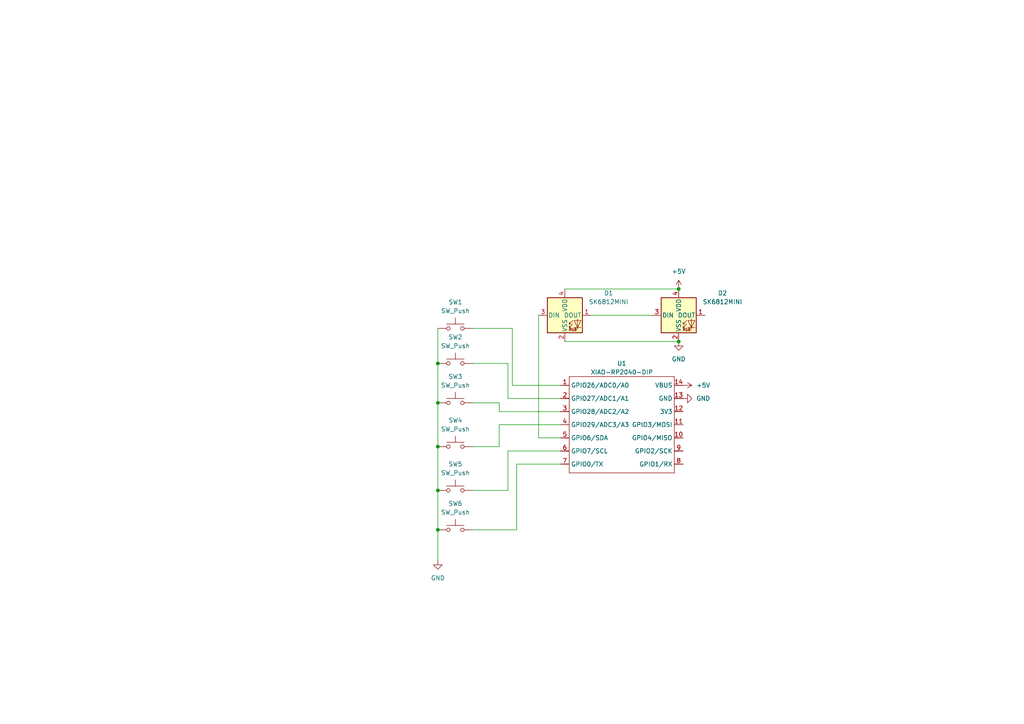
<source format=kicad_sch>
(kicad_sch (version 20250114) (generator "eeschema") (generator_version "9.0")
  (paper "A4")
  (lib_symbols
    (symbol "LED:SK6812MINI" (pin_names (offset 0.254))
      (property "Reference" "D" (at 5.08 5.715 0))
      (property "Value" "SK6812MINI" (at 1.27 -5.715 0))
      (symbol "SK6812MINI_0_0"
        (text "RGB" (at 2.286 -4.191 0) (effects (font (size 0.762 0.762))))
      )
      (symbol "SK6812MINI_0_1"
        (polyline (pts (xy 1.27 -2.54) (xy 1.778 -2.54)))
        (polyline (pts (xy 1.27 -3.556) (xy 1.778 -3.556)))
        (polyline (pts (xy 2.286 -1.524) (xy 1.27 -2.54) (xy 1.27 -2.032)))
        (polyline (pts (xy 2.286 -2.54) (xy 1.27 -3.556) (xy 1.27 -3.048)))
        (polyline (pts (xy 3.683 -1.016) (xy 3.683 -3.556) (xy 3.683 -4.064)))
        (polyline (pts (xy 4.699 -1.524) (xy 2.667 -1.524) (xy 3.683 -3.556) (xy 4.699 -1.524)))
        (polyline (pts (xy 4.699 -3.556) (xy 2.667 -3.556)))
        (rectangle (start 5.08 5.08) (end -5.08 -5.08) (stroke (width 0.254)) (fill (type background)))
      )
      (symbol "SK6812MINI_1_1"
        (pin input line (at -7.62 0 0) (length 2.54) (name "DIN") (number "3"))
        (pin power_in line (at 0 7.62 270) (length 2.54) (name "VDD") (number "4"))
        (pin power_in line (at 0 -7.62 90) (length 2.54) (name "VSS") (number "2"))
        (pin output line (at 7.62 0 180) (length 2.54) (name "DOUT") (number "1"))
      )
    )
    (symbol "OPL Library:XIAO-RP2040-DIP"
      (property "Reference" "U" (at 0 0 0))
      (property "Value" "XIAO-RP2040-DIP" (at 5.334 -1.778 0))
      (symbol "XIAO-RP2040-DIP_1_0"
        (polyline (pts (xy -1.27 -2.54) (xy 29.21 -2.54)) (stroke (width 0.1524)))
        (polyline (pts (xy -1.27 -5.08) (xy -2.54 -5.08)) (stroke (width 0.1524)))
        (polyline (pts (xy -1.27 -5.08) (xy -1.27 -2.54)) (stroke (width 0.1524)))
        (polyline (pts (xy -1.27 -8.89) (xy -2.54 -8.89)) (stroke (width 0.1524)))
        (polyline (pts (xy -1.27 -8.89) (xy -1.27 -5.08)) (stroke (width 0.1524)))
        (polyline (pts (xy -1.27 -12.7) (xy -2.54 -12.7)) (stroke (width 0.1524)))
        (polyline (pts (xy -1.27 -12.7) (xy -1.27 -8.89)) (stroke (width 0.1524)))
        (polyline (pts (xy -1.27 -16.51) (xy -2.54 -16.51)) (stroke (width 0.1524)))
        (polyline (pts (xy -1.27 -16.51) (xy -1.27 -12.7)) (stroke (width 0.1524)))
        (polyline (pts (xy -1.27 -20.32) (xy -2.54 -20.32)) (stroke (width 0.1524)))
        (polyline (pts (xy -1.27 -24.13) (xy -2.54 -24.13)) (stroke (width 0.1524)))
        (polyline (pts (xy -1.27 -27.94) (xy -2.54 -27.94)) (stroke (width 0.1524)))
        (polyline (pts (xy -1.27 -30.48) (xy -1.27 -16.51)) (stroke (width 0.1524)))
        (polyline (pts (xy 29.21 -2.54) (xy 29.21 -5.08)) (stroke (width 0.1524)))
        (polyline (pts (xy 29.21 -5.08) (xy 29.21 -8.89)) (stroke (width 0.1524)))
        (polyline (pts (xy 29.21 -8.89) (xy 29.21 -12.7)) (stroke (width 0.1524)))
        (polyline (pts (xy 29.21 -12.7) (xy 29.21 -30.48)) (stroke (width 0.1524)))
        (polyline (pts (xy 29.21 -30.48) (xy -1.27 -30.48)) (stroke (width 0.1524)))
        (polyline (pts (xy 30.48 -5.08) (xy 29.21 -5.08)) (stroke (width 0.1524)))
        (polyline (pts (xy 30.48 -8.89) (xy 29.21 -8.89)) (stroke (width 0.1524)))
        (polyline (pts (xy 30.48 -12.7) (xy 29.21 -12.7)) (stroke (width 0.1524)))
        (polyline (pts (xy 30.48 -16.51) (xy 29.21 -16.51)) (stroke (width 0.1524)))
        (polyline (pts (xy 30.48 -20.32) (xy 29.21 -20.32)) (stroke (width 0.1524)))
        (polyline (pts (xy 30.48 -24.13) (xy 29.21 -24.13)) (stroke (width 0.1524)))
        (polyline (pts (xy 30.48 -27.94) (xy 29.21 -27.94)) (stroke (width 0.1524)))
        (pin passive line (at -3.81 -5.08 0) (length 2.54) (name "GPIO26/ADC0/A0") (number "1"))
        (pin passive line (at -3.81 -8.89 0) (length 2.54) (name "GPIO27/ADC1/A1") (number "2"))
        (pin passive line (at -3.81 -12.7 0) (length 2.54) (name "GPIO28/ADC2/A2") (number "3"))
        (pin passive line (at -3.81 -16.51 0) (length 2.54) (name "GPIO29/ADC3/A3") (number "4"))
        (pin passive line (at -3.81 -20.32 0) (length 2.54) (name "GPIO6/SDA") (number "5"))
        (pin passive line (at -3.81 -24.13 0) (length 2.54) (name "GPIO7/SCL") (number "6"))
        (pin passive line (at -3.81 -27.94 0) (length 2.54) (name "GPIO0/TX") (number "7"))
        (pin passive line (at 31.75 -5.08 180) (length 2.54) (name "VBUS") (number "14"))
        (pin passive line (at 31.75 -8.89 180) (length 2.54) (name "GND") (number "13"))
        (pin passive line (at 31.75 -12.7 180) (length 2.54) (name "3V3") (number "12"))
        (pin passive line (at 31.75 -16.51 180) (length 2.54) (name "GPIO3/MOSI") (number "11"))
        (pin passive line (at 31.75 -20.32 180) (length 2.54) (name "GPIO4/MISO") (number "10"))
        (pin passive line (at 31.75 -24.13 180) (length 2.54) (name "GPIO2/SCK") (number "9"))
        (pin passive line (at 31.75 -27.94 180) (length 2.54) (name "GPIO1/RX") (number "8"))
      )
    )
    (symbol "Switch:SW_Push" (pin_numbers (hide yes)) (pin_names (offset 1.016) (hide yes))
      (property "Reference" "SW" (at 1.27 2.54 0))
      (property "Value" "SW_Push" (at 0 -1.524 0))
      (symbol "SW_Push_0_1"
        (circle (center -2.032 0) (radius 0.508))
        (polyline (pts (xy 0 1.27) (xy 0 3.048)))
        (circle (center 2.032 0) (radius 0.508))
        (polyline (pts (xy 2.54 1.27) (xy -2.54 1.27)))
        (pin passive line (at -5.08 0 0) (length 2.54) (name "1") (number "1"))
        (pin passive line (at 5.08 0 180) (length 2.54) (name "2") (number "2"))
      )
    )
    (symbol "power:+5V" (power) (pin_numbers (hide yes)) (pin_names (offset 0) (hide yes))
      (property "Value" "+5V" (at 0 3.556 0))
      (symbol "+5V_0_1"
        (polyline (pts (xy -0.762 1.27) (xy 0 2.54)))
        (polyline (pts (xy 0 2.54) (xy 0.762 1.27)))
        (polyline (pts (xy 0 0) (xy 0 2.54)))
      )
      (symbol "+5V_1_1"
        (pin power_in line (at 0 0 90) (length 0) (name "~") (number "1"))
      )
    )
    (symbol "power:GND" (power) (pin_numbers (hide yes)) (pin_names (offset 0) (hide yes))
      (property "Value" "GND" (at 0 -3.81 0))
      (symbol "GND_0_1"
        (polyline (pts (xy 0 0) (xy 0 -1.27) (xy 1.27 -1.27) (xy 0 -2.54) (xy -1.27 -1.27) (xy 0 -1.27)))
      )
      (symbol "GND_1_1"
        (pin power_in line (at 0 0 270) (length 0) (name "~") (number "1"))
      )
    )
  )
  (junction (at 196.85 99.06))
  (junction (at 127 105.41))
  (junction (at 127 153.67))
  (junction (at 127 116.84))
  (junction (at 127 129.54))
  (junction (at 127 142.24))
  (junction (at 196.85 83.82))
  (wire (pts (xy 147.32 115.57) (xy 162.56 115.57)))
  (wire (pts (xy 149.86 134.62) (xy 162.56 134.62)))
  (wire (pts (xy 127 116.84) (xy 127 129.54)))
  (wire (pts (xy 147.32 105.41) (xy 147.32 115.57)))
  (wire (pts (xy 162.56 127) (xy 156.21 127)))
  (wire (pts (xy 163.83 83.82) (xy 196.85 83.82)))
  (wire (pts (xy 147.32 142.24) (xy 147.32 130.81)))
  (wire (pts (xy 171.45 91.44) (xy 189.23 91.44)))
  (wire (pts (xy 127 153.67) (xy 127 162.56)))
  (wire (pts (xy 127 129.54) (xy 127 142.24)))
  (wire (pts (xy 156.21 127) (xy 156.21 91.44)))
  (wire (pts (xy 137.16 129.54) (xy 144.78 129.54)))
  (wire (pts (xy 137.16 95.25) (xy 148.59 95.25)))
  (wire (pts (xy 163.83 99.06) (xy 196.85 99.06)))
  (wire (pts (xy 144.78 119.38) (xy 162.56 119.38)))
  (wire (pts (xy 127 95.25) (xy 127 105.41)))
  (wire (pts (xy 137.16 105.41) (xy 147.32 105.41)))
  (wire (pts (xy 127 142.24) (xy 127 153.67)))
  (wire (pts (xy 144.78 123.19) (xy 162.56 123.19)))
  (wire (pts (xy 137.16 116.84) (xy 144.78 116.84)))
  (wire (pts (xy 127 105.41) (xy 127 116.84)))
  (wire (pts (xy 147.32 130.81) (xy 162.56 130.81)))
  (wire (pts (xy 144.78 116.84) (xy 144.78 119.38)))
  (wire (pts (xy 149.86 153.67) (xy 149.86 134.62)))
  (wire (pts (xy 148.59 111.76) (xy 148.59 95.25)))
  (wire (pts (xy 148.59 111.76) (xy 162.56 111.76)))
  (wire (pts (xy 144.78 129.54) (xy 144.78 123.19)))
  (wire (pts (xy 137.16 142.24) (xy 147.32 142.24)))
  (wire (pts (xy 137.16 153.67) (xy 149.86 153.67)))
  (symbol (lib_id "OPL Library:XIAO-RP2040-DIP") (at 166.37 106.68 0) (unit 1)
    (property "Reference" "U1" (at 180.34 105.41 0))
    (property "Value" "XIAO-RP2040-DIP" (at 180.34 107.95 0))
    (property "Footprint" "opl library:XIAO-RP2040-DIP" (effects (hide yes)))
  )
  (symbol (lib_id "power:+5V") (at 198.12 111.76 270) (unit 1)
    (property "Reference" "#PWR05" (effects (hide yes)))
    (property "Value" "+5V" (at 201.93 111.7599 90) (effects (justify left)))
    (property "Description" "Power symbol creates a global label with name \"+5V\"" (effects (hide yes)))
  )
  (symbol (lib_id "Switch:SW_Push") (at 132.08 95.25 0) (unit 1)
    (property "Reference" "SW1" (at 132.08 87.63 0))
    (property "Value" "SW_Push" (at 132.08 90.17 0))
    (property "Footprint" "Button_Switch_Keyboard:SW_Cherry_MX_1.00u_PCB" (effects (hide yes)))
    (property "Description" "Push button switch, generic, two pins" (effects (hide yes)))
  )
  (symbol (lib_id "LED:SK6812MINI") (at 163.83 91.44 0) (unit 1)
    (property "Reference" "D1" (at 176.53 85.0198 0))
    (property "Value" "SK6812MINI" (at 176.53 87.5598 0))
    (property "Footprint" "LED_SMD:LED_SK6812MINI_PLCC4_3.5x3.5mm_P1.75mm" (effects (hide yes)))
    (property "Datasheet" "https://cdn-shop.adafruit.com/product-files/2686/SK6812MINI_REV.01-1-2.pdf" (effects (hide yes)))
    (property "Description" "RGB LED with integrated controller" (effects (hide yes)))
  )
  (symbol (lib_id "Switch:SW_Push") (at 132.08 142.24 0) (unit 1)
    (property "Reference" "SW5" (at 132.08 134.62 0))
    (property "Value" "SW_Push" (at 132.08 137.16 0))
    (property "Footprint" "Button_Switch_Keyboard:SW_Cherry_MX_1.00u_PCB" (effects (hide yes)))
    (property "Description" "Push button switch, generic, two pins" (effects (hide yes)))
  )
  (symbol (lib_id "Switch:SW_Push") (at 132.08 116.84 0) (unit 1)
    (property "Reference" "SW3" (at 132.08 109.22 0))
    (property "Value" "SW_Push" (at 132.08 111.76 0))
    (property "Footprint" "Button_Switch_Keyboard:SW_Cherry_MX_1.00u_PCB" (effects (hide yes)))
    (property "Description" "Push button switch, generic, two pins" (effects (hide yes)))
  )
  (symbol (lib_id "power:+5V") (at 196.85 83.82 0) (unit 1)
    (property "Reference" "#PWR04" (effects (hide yes)))
    (property "Value" "+5V" (at 196.85 78.74 0))
    (property "Description" "Power symbol creates a global label with name \"+5V\"" (effects (hide yes)))
  )
  (symbol (lib_id "power:GND") (at 127 162.56 0) (unit 1)
    (property "Reference" "#PWR02" (effects (hide yes)))
    (property "Value" "GND" (at 127 167.64 0))
    (property "Description" "Power symbol creates a global label with name \"GND\" , ground" (effects (hide yes)))
  )
  (symbol (lib_id "power:GND") (at 198.12 115.57 90) (unit 1)
    (property "Reference" "#PWR03" (effects (hide yes)))
    (property "Value" "GND" (at 201.93 115.5699 90) (effects (justify right)))
    (property "Description" "Power symbol creates a global label with name \"GND\" , ground" (effects (hide yes)))
  )
  (symbol (lib_id "Switch:SW_Push") (at 132.08 105.41 0) (unit 1)
    (property "Reference" "SW2" (at 132.08 97.79 0))
    (property "Value" "SW_Push" (at 132.08 100.33 0))
    (property "Footprint" "Button_Switch_Keyboard:SW_Cherry_MX_1.00u_PCB" (effects (hide yes)))
    (property "Description" "Push button switch, generic, two pins" (effects (hide yes)))
  )
  (symbol (lib_id "Switch:SW_Push") (at 132.08 153.67 0) (unit 1)
    (property "Reference" "SW6" (at 132.08 146.05 0))
    (property "Value" "SW_Push" (at 132.08 148.59 0))
    (property "Footprint" "Button_Switch_Keyboard:SW_Cherry_MX_1.00u_PCB" (effects (hide yes)))
    (property "Description" "Push button switch, generic, two pins" (effects (hide yes)))
  )
  (symbol (lib_id "LED:SK6812MINI") (at 196.85 91.44 0) (unit 1)
    (property "Reference" "D2" (at 209.55 85.0198 0))
    (property "Value" "SK6812MINI" (at 209.55 87.5598 0))
    (property "Footprint" "LED_SMD:LED_SK6812MINI_PLCC4_3.5x3.5mm_P1.75mm" (effects (hide yes)))
    (property "Datasheet" "https://cdn-shop.adafruit.com/product-files/2686/SK6812MINI_REV.01-1-2.pdf" (effects (hide yes)))
    (property "Description" "RGB LED with integrated controller" (effects (hide yes)))
  )
  (symbol (lib_id "power:GND") (at 196.85 99.06 0) (unit 1)
    (property "Reference" "#PWR01" (effects (hide yes)))
    (property "Value" "GND" (at 196.85 104.14 0))
    (property "Description" "Power symbol creates a global label with name \"GND\" , ground" (effects (hide yes)))
  )
  (symbol (lib_id "Switch:SW_Push") (at 132.08 129.54 0) (unit 1)
    (property "Reference" "SW4" (at 132.08 121.92 0))
    (property "Value" "SW_Push" (at 132.08 124.46 0))
    (property "Footprint" "Button_Switch_Keyboard:SW_Cherry_MX_1.00u_PCB" (effects (hide yes)))
    (property "Description" "Push button switch, generic, two pins" (effects (hide yes)))
  )
)
</source>
